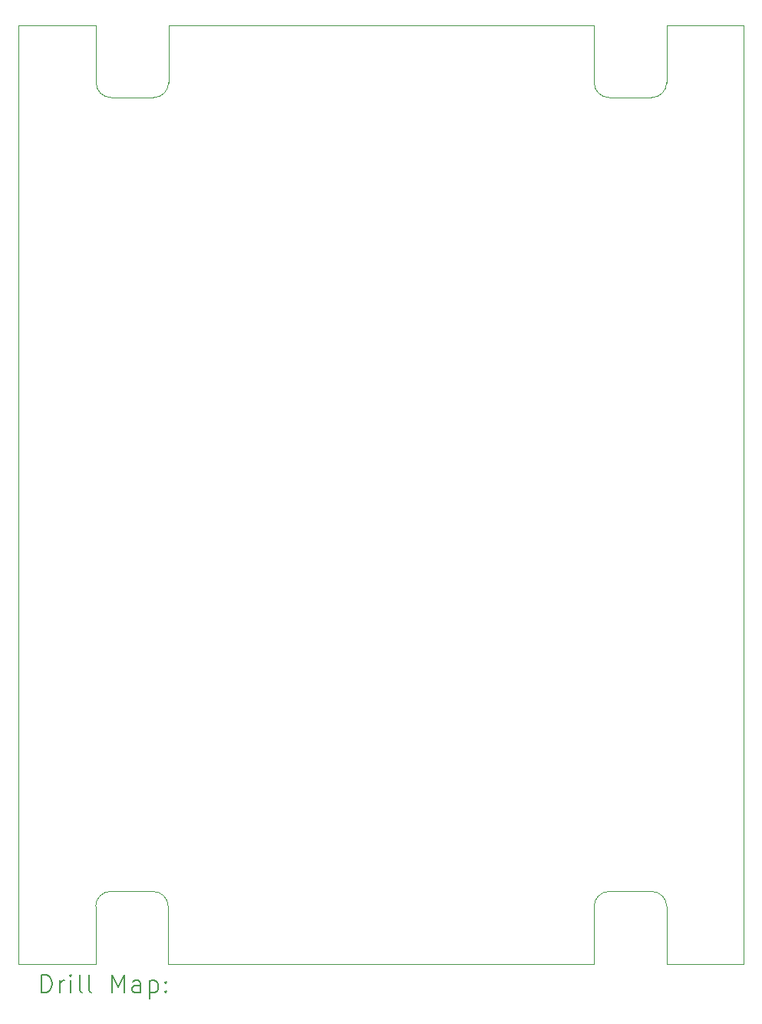
<source format=gbr>
%FSLAX45Y45*%
G04 Gerber Fmt 4.5, Leading zero omitted, Abs format (unit mm)*
G04 Created by KiCad (PCBNEW (6.0.5-0)) date 2022-12-26 00:24:34*
%MOMM*%
%LPD*%
G01*
G04 APERTURE LIST*
%TA.AperFunction,Profile*%
%ADD10C,0.100000*%
%TD*%
%ADD11C,0.200000*%
G04 APERTURE END LIST*
D10*
X14360000Y-3875000D02*
X15210000Y-3875000D01*
X13560000Y-14225000D02*
X8860000Y-14225000D01*
X15210000Y-3875000D02*
X15210000Y-14225000D01*
X13560000Y-14225000D02*
X13560000Y-13590000D01*
X8700000Y-4675000D02*
G75*
G03*
X8865000Y-4510000I0J165000D01*
G01*
X8060000Y-14225000D02*
X7210000Y-14225000D01*
X14360000Y-14225000D02*
X15210000Y-14225000D01*
X14195000Y-4675000D02*
G75*
G03*
X14360000Y-4510000I0J165000D01*
G01*
X13725000Y-13425000D02*
G75*
G03*
X13560000Y-13590000I0J-165000D01*
G01*
X14195000Y-13425000D02*
X13725000Y-13425000D01*
X8860000Y-13590000D02*
X8860000Y-14225000D01*
X14360000Y-13590000D02*
G75*
G03*
X14195000Y-13425000I-165000J0D01*
G01*
X13560000Y-4510000D02*
X13560000Y-3875000D01*
X8230000Y-4675000D02*
X8700000Y-4675000D01*
X8860000Y-13590000D02*
G75*
G03*
X8695000Y-13425000I-165000J0D01*
G01*
X8695000Y-13425000D02*
X8225000Y-13425000D01*
X14360000Y-3875000D02*
X14360000Y-4510000D01*
X13560000Y-4510000D02*
G75*
G03*
X13725000Y-4675000I165000J0D01*
G01*
X8865000Y-3875000D02*
X13560000Y-3875000D01*
X8065000Y-4510000D02*
X8065000Y-3875000D01*
X8065000Y-4510000D02*
G75*
G03*
X8230000Y-4675000I165000J0D01*
G01*
X14360000Y-13590000D02*
X14360000Y-14225000D01*
X8065000Y-3875000D02*
X7210000Y-3875000D01*
X7210000Y-14225000D02*
X7210000Y-3875000D01*
X8225000Y-13425000D02*
G75*
G03*
X8060000Y-13590000I0J-165000D01*
G01*
X8865000Y-3875000D02*
X8865000Y-4510000D01*
X8060000Y-14225000D02*
X8060000Y-13590000D01*
X13725000Y-4675000D02*
X14195000Y-4675000D01*
D11*
X7462619Y-14540476D02*
X7462619Y-14340476D01*
X7510238Y-14340476D01*
X7538809Y-14350000D01*
X7557857Y-14369048D01*
X7567381Y-14388095D01*
X7576905Y-14426190D01*
X7576905Y-14454762D01*
X7567381Y-14492857D01*
X7557857Y-14511905D01*
X7538809Y-14530952D01*
X7510238Y-14540476D01*
X7462619Y-14540476D01*
X7662619Y-14540476D02*
X7662619Y-14407143D01*
X7662619Y-14445238D02*
X7672143Y-14426190D01*
X7681667Y-14416667D01*
X7700714Y-14407143D01*
X7719762Y-14407143D01*
X7786428Y-14540476D02*
X7786428Y-14407143D01*
X7786428Y-14340476D02*
X7776905Y-14350000D01*
X7786428Y-14359524D01*
X7795952Y-14350000D01*
X7786428Y-14340476D01*
X7786428Y-14359524D01*
X7910238Y-14540476D02*
X7891190Y-14530952D01*
X7881667Y-14511905D01*
X7881667Y-14340476D01*
X8015000Y-14540476D02*
X7995952Y-14530952D01*
X7986428Y-14511905D01*
X7986428Y-14340476D01*
X8243571Y-14540476D02*
X8243571Y-14340476D01*
X8310238Y-14483333D01*
X8376905Y-14340476D01*
X8376905Y-14540476D01*
X8557857Y-14540476D02*
X8557857Y-14435714D01*
X8548333Y-14416667D01*
X8529286Y-14407143D01*
X8491190Y-14407143D01*
X8472143Y-14416667D01*
X8557857Y-14530952D02*
X8538810Y-14540476D01*
X8491190Y-14540476D01*
X8472143Y-14530952D01*
X8462619Y-14511905D01*
X8462619Y-14492857D01*
X8472143Y-14473809D01*
X8491190Y-14464286D01*
X8538810Y-14464286D01*
X8557857Y-14454762D01*
X8653095Y-14407143D02*
X8653095Y-14607143D01*
X8653095Y-14416667D02*
X8672143Y-14407143D01*
X8710238Y-14407143D01*
X8729286Y-14416667D01*
X8738810Y-14426190D01*
X8748333Y-14445238D01*
X8748333Y-14502381D01*
X8738810Y-14521428D01*
X8729286Y-14530952D01*
X8710238Y-14540476D01*
X8672143Y-14540476D01*
X8653095Y-14530952D01*
X8834048Y-14521428D02*
X8843571Y-14530952D01*
X8834048Y-14540476D01*
X8824524Y-14530952D01*
X8834048Y-14521428D01*
X8834048Y-14540476D01*
X8834048Y-14416667D02*
X8843571Y-14426190D01*
X8834048Y-14435714D01*
X8824524Y-14426190D01*
X8834048Y-14416667D01*
X8834048Y-14435714D01*
M02*

</source>
